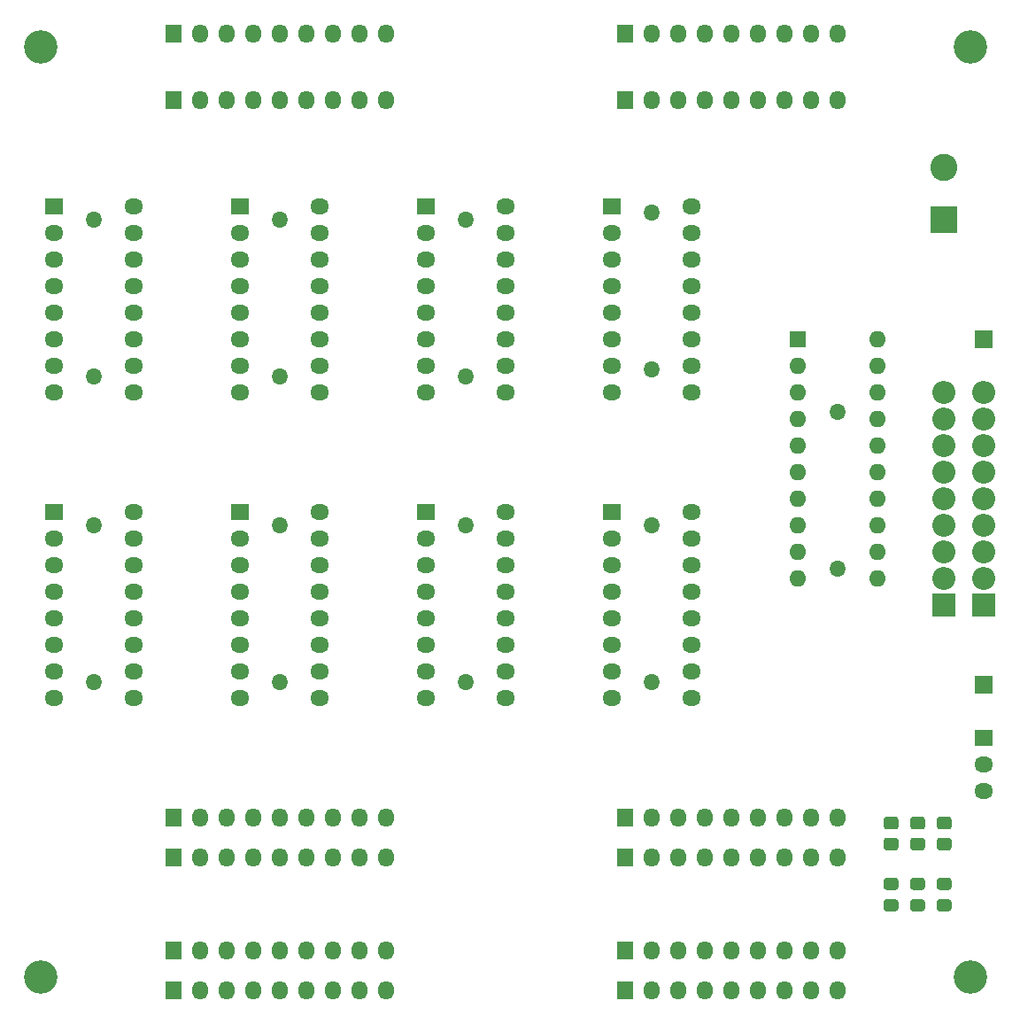
<source format=gbr>
%TF.GenerationSoftware,KiCad,Pcbnew,(5.1.8)-1*%
%TF.CreationDate,2023-02-18T12:42:29+03:00*%
%TF.ProjectId,MUX8x1-v5,4d555838-7831-42d7-9635-2e6b69636164,rev?*%
%TF.SameCoordinates,Original*%
%TF.FileFunction,Soldermask,Top*%
%TF.FilePolarity,Negative*%
%FSLAX46Y46*%
G04 Gerber Fmt 4.6, Leading zero omitted, Abs format (unit mm)*
G04 Created by KiCad (PCBNEW (5.1.8)-1) date 2023-02-18 12:42:29*
%MOMM*%
%LPD*%
G01*
G04 APERTURE LIST*
%ADD10O,1.500000X1.600000*%
%ADD11O,1.600000X1.600000*%
%ADD12R,1.600000X1.600000*%
%ADD13R,1.700000X1.700000*%
%ADD14O,2.200000X2.200000*%
%ADD15R,2.200000X2.200000*%
%ADD16O,1.500000X1.800000*%
%ADD17R,1.500000X1.800000*%
%ADD18O,1.800000X1.500000*%
%ADD19R,1.800000X1.500000*%
%ADD20C,2.600000*%
%ADD21R,2.600000X2.600000*%
%ADD22C,3.200000*%
G04 APERTURE END LIST*
%TO.C,R6*%
G36*
G01*
X142690001Y-117980000D02*
X141789999Y-117980000D01*
G75*
G02*
X141540000Y-117730001I0J249999D01*
G01*
X141540000Y-117029999D01*
G75*
G02*
X141789999Y-116780000I249999J0D01*
G01*
X142690001Y-116780000D01*
G75*
G02*
X142940000Y-117029999I0J-249999D01*
G01*
X142940000Y-117730001D01*
G75*
G02*
X142690001Y-117980000I-249999J0D01*
G01*
G37*
G36*
G01*
X142690001Y-119980000D02*
X141789999Y-119980000D01*
G75*
G02*
X141540000Y-119730001I0J249999D01*
G01*
X141540000Y-119029999D01*
G75*
G02*
X141789999Y-118780000I249999J0D01*
G01*
X142690001Y-118780000D01*
G75*
G02*
X142940000Y-119029999I0J-249999D01*
G01*
X142940000Y-119730001D01*
G75*
G02*
X142690001Y-119980000I-249999J0D01*
G01*
G37*
%TD*%
%TO.C,R5*%
G36*
G01*
X145230001Y-117980000D02*
X144329999Y-117980000D01*
G75*
G02*
X144080000Y-117730001I0J249999D01*
G01*
X144080000Y-117029999D01*
G75*
G02*
X144329999Y-116780000I249999J0D01*
G01*
X145230001Y-116780000D01*
G75*
G02*
X145480000Y-117029999I0J-249999D01*
G01*
X145480000Y-117730001D01*
G75*
G02*
X145230001Y-117980000I-249999J0D01*
G01*
G37*
G36*
G01*
X145230001Y-119980000D02*
X144329999Y-119980000D01*
G75*
G02*
X144080000Y-119730001I0J249999D01*
G01*
X144080000Y-119029999D01*
G75*
G02*
X144329999Y-118780000I249999J0D01*
G01*
X145230001Y-118780000D01*
G75*
G02*
X145480000Y-119029999I0J-249999D01*
G01*
X145480000Y-119730001D01*
G75*
G02*
X145230001Y-119980000I-249999J0D01*
G01*
G37*
%TD*%
%TO.C,R4*%
G36*
G01*
X147770001Y-117980000D02*
X146869999Y-117980000D01*
G75*
G02*
X146620000Y-117730001I0J249999D01*
G01*
X146620000Y-117029999D01*
G75*
G02*
X146869999Y-116780000I249999J0D01*
G01*
X147770001Y-116780000D01*
G75*
G02*
X148020000Y-117029999I0J-249999D01*
G01*
X148020000Y-117730001D01*
G75*
G02*
X147770001Y-117980000I-249999J0D01*
G01*
G37*
G36*
G01*
X147770001Y-119980000D02*
X146869999Y-119980000D01*
G75*
G02*
X146620000Y-119730001I0J249999D01*
G01*
X146620000Y-119029999D01*
G75*
G02*
X146869999Y-118780000I249999J0D01*
G01*
X147770001Y-118780000D01*
G75*
G02*
X148020000Y-119029999I0J-249999D01*
G01*
X148020000Y-119730001D01*
G75*
G02*
X147770001Y-119980000I-249999J0D01*
G01*
G37*
%TD*%
%TO.C,D3*%
G36*
G01*
X142690001Y-123765000D02*
X141789999Y-123765000D01*
G75*
G02*
X141540000Y-123515001I0J249999D01*
G01*
X141540000Y-122864999D01*
G75*
G02*
X141789999Y-122615000I249999J0D01*
G01*
X142690001Y-122615000D01*
G75*
G02*
X142940000Y-122864999I0J-249999D01*
G01*
X142940000Y-123515001D01*
G75*
G02*
X142690001Y-123765000I-249999J0D01*
G01*
G37*
G36*
G01*
X142690001Y-125815000D02*
X141789999Y-125815000D01*
G75*
G02*
X141540000Y-125565001I0J249999D01*
G01*
X141540000Y-124914999D01*
G75*
G02*
X141789999Y-124665000I249999J0D01*
G01*
X142690001Y-124665000D01*
G75*
G02*
X142940000Y-124914999I0J-249999D01*
G01*
X142940000Y-125565001D01*
G75*
G02*
X142690001Y-125815000I-249999J0D01*
G01*
G37*
%TD*%
%TO.C,D2*%
G36*
G01*
X145230001Y-123765000D02*
X144329999Y-123765000D01*
G75*
G02*
X144080000Y-123515001I0J249999D01*
G01*
X144080000Y-122864999D01*
G75*
G02*
X144329999Y-122615000I249999J0D01*
G01*
X145230001Y-122615000D01*
G75*
G02*
X145480000Y-122864999I0J-249999D01*
G01*
X145480000Y-123515001D01*
G75*
G02*
X145230001Y-123765000I-249999J0D01*
G01*
G37*
G36*
G01*
X145230001Y-125815000D02*
X144329999Y-125815000D01*
G75*
G02*
X144080000Y-125565001I0J249999D01*
G01*
X144080000Y-124914999D01*
G75*
G02*
X144329999Y-124665000I249999J0D01*
G01*
X145230001Y-124665000D01*
G75*
G02*
X145480000Y-124914999I0J-249999D01*
G01*
X145480000Y-125565001D01*
G75*
G02*
X145230001Y-125815000I-249999J0D01*
G01*
G37*
%TD*%
%TO.C,D1*%
G36*
G01*
X147770001Y-123765000D02*
X146869999Y-123765000D01*
G75*
G02*
X146620000Y-123515001I0J249999D01*
G01*
X146620000Y-122864999D01*
G75*
G02*
X146869999Y-122615000I249999J0D01*
G01*
X147770001Y-122615000D01*
G75*
G02*
X148020000Y-122864999I0J-249999D01*
G01*
X148020000Y-123515001D01*
G75*
G02*
X147770001Y-123765000I-249999J0D01*
G01*
G37*
G36*
G01*
X147770001Y-125815000D02*
X146869999Y-125815000D01*
G75*
G02*
X146620000Y-125565001I0J249999D01*
G01*
X146620000Y-124914999D01*
G75*
G02*
X146869999Y-124665000I249999J0D01*
G01*
X147770001Y-124665000D01*
G75*
G02*
X148020000Y-124914999I0J-249999D01*
G01*
X148020000Y-125565001D01*
G75*
G02*
X147770001Y-125815000I-249999J0D01*
G01*
G37*
%TD*%
D10*
%TO.C,C9*%
X137160000Y-93105000D03*
X137160000Y-78105000D03*
%TD*%
D11*
%TO.C,U9*%
X140970000Y-71120000D03*
X133350000Y-93980000D03*
X140970000Y-73660000D03*
X133350000Y-91440000D03*
X140970000Y-76200000D03*
X133350000Y-88900000D03*
X140970000Y-78740000D03*
X133350000Y-86360000D03*
X140970000Y-81280000D03*
X133350000Y-83820000D03*
X140970000Y-83820000D03*
X133350000Y-81280000D03*
X140970000Y-86360000D03*
X133350000Y-78740000D03*
X140970000Y-88900000D03*
X133350000Y-76200000D03*
X140970000Y-91440000D03*
X133350000Y-73660000D03*
X140970000Y-93980000D03*
D12*
X133350000Y-71120000D03*
%TD*%
D13*
%TO.C,J7*%
X151130000Y-71120000D03*
%TD*%
D14*
%TO.C,J3*%
X147320000Y-76200000D03*
X147320000Y-78740000D03*
X147320000Y-81280000D03*
X147320000Y-83820000D03*
X147320000Y-86360000D03*
X147320000Y-88900000D03*
X147320000Y-91440000D03*
X147320000Y-93980000D03*
D15*
X147320000Y-96520000D03*
%TD*%
D14*
%TO.C,J21*%
X151130000Y-76200000D03*
X151130000Y-78740000D03*
X151130000Y-81280000D03*
X151130000Y-83820000D03*
X151130000Y-86360000D03*
X151130000Y-88900000D03*
X151130000Y-91440000D03*
X151130000Y-93980000D03*
D15*
X151130000Y-96520000D03*
%TD*%
D16*
%TO.C,J18*%
X137160000Y-129540000D03*
X134620000Y-129540000D03*
X132080000Y-129540000D03*
X129540000Y-129540000D03*
X127000000Y-129540000D03*
X124460000Y-129540000D03*
X121920000Y-129540000D03*
X119380000Y-129540000D03*
D17*
X116840000Y-129540000D03*
%TD*%
D16*
%TO.C,J16*%
X137160000Y-133350000D03*
X134620000Y-133350000D03*
X132080000Y-133350000D03*
X129540000Y-133350000D03*
X127000000Y-133350000D03*
X124460000Y-133350000D03*
X121920000Y-133350000D03*
X119380000Y-133350000D03*
D17*
X116840000Y-133350000D03*
%TD*%
D16*
%TO.C,J15*%
X137160000Y-48260000D03*
X134620000Y-48260000D03*
X132080000Y-48260000D03*
X129540000Y-48260000D03*
X127000000Y-48260000D03*
X124460000Y-48260000D03*
X121920000Y-48260000D03*
X119380000Y-48260000D03*
D17*
X116840000Y-48260000D03*
%TD*%
D16*
%TO.C,J14*%
X93980000Y-133350000D03*
X91440000Y-133350000D03*
X88900000Y-133350000D03*
X86360000Y-133350000D03*
X83820000Y-133350000D03*
X81280000Y-133350000D03*
X78740000Y-133350000D03*
X76200000Y-133350000D03*
D17*
X73660000Y-133350000D03*
%TD*%
D16*
%TO.C,J12*%
X93980000Y-129540000D03*
X91440000Y-129540000D03*
X88900000Y-129540000D03*
X86360000Y-129540000D03*
X83820000Y-129540000D03*
X81280000Y-129540000D03*
X78740000Y-129540000D03*
X76200000Y-129540000D03*
D17*
X73660000Y-129540000D03*
%TD*%
D16*
%TO.C,J11*%
X93980000Y-48260000D03*
X91440000Y-48260000D03*
X88900000Y-48260000D03*
X86360000Y-48260000D03*
X83820000Y-48260000D03*
X81280000Y-48260000D03*
X78740000Y-48260000D03*
X76200000Y-48260000D03*
D17*
X73660000Y-48260000D03*
%TD*%
D16*
%TO.C,J8*%
X137160000Y-116880000D03*
X134620000Y-116880000D03*
X132080000Y-116880000D03*
X129540000Y-116880000D03*
X127000000Y-116880000D03*
X124460000Y-116880000D03*
X121920000Y-116880000D03*
X119380000Y-116880000D03*
D17*
X116840000Y-116880000D03*
%TD*%
D16*
%TO.C,J6*%
X137160000Y-120650000D03*
X134620000Y-120650000D03*
X132080000Y-120650000D03*
X129540000Y-120650000D03*
X127000000Y-120650000D03*
X124460000Y-120650000D03*
X121920000Y-120650000D03*
X119380000Y-120650000D03*
D17*
X116840000Y-120650000D03*
%TD*%
D16*
%TO.C,J5*%
X137160000Y-41910000D03*
X134620000Y-41910000D03*
X132080000Y-41910000D03*
X129540000Y-41910000D03*
X127000000Y-41910000D03*
X124460000Y-41910000D03*
X121920000Y-41910000D03*
X119380000Y-41910000D03*
D17*
X116840000Y-41910000D03*
%TD*%
D16*
%TO.C,J4*%
X93980000Y-116840000D03*
X91440000Y-116840000D03*
X88900000Y-116840000D03*
X86360000Y-116840000D03*
X83820000Y-116840000D03*
X81280000Y-116840000D03*
X78740000Y-116840000D03*
X76200000Y-116840000D03*
D17*
X73660000Y-116840000D03*
%TD*%
D16*
%TO.C,J2*%
X93980000Y-120650000D03*
X91440000Y-120650000D03*
X88900000Y-120650000D03*
X86360000Y-120650000D03*
X83820000Y-120650000D03*
X81280000Y-120650000D03*
X78740000Y-120650000D03*
X76200000Y-120650000D03*
D17*
X73660000Y-120650000D03*
%TD*%
D16*
%TO.C,J1*%
X93980000Y-41910000D03*
X91440000Y-41910000D03*
X88900000Y-41910000D03*
X86360000Y-41910000D03*
X83820000Y-41910000D03*
X81280000Y-41910000D03*
X78740000Y-41910000D03*
X76200000Y-41910000D03*
D17*
X73660000Y-41910000D03*
%TD*%
D10*
%TO.C,C8*%
X119380000Y-103900000D03*
X119380000Y-88900000D03*
%TD*%
%TO.C,C7*%
X101600000Y-103900000D03*
X101600000Y-88900000D03*
%TD*%
%TO.C,C6*%
X83820000Y-103900000D03*
X83820000Y-88900000D03*
%TD*%
%TO.C,C5*%
X66040000Y-103900000D03*
X66040000Y-88900000D03*
%TD*%
%TO.C,C4*%
X119380000Y-74055000D03*
X119380000Y-59055000D03*
%TD*%
%TO.C,C3*%
X101600000Y-74690000D03*
X101600000Y-59690000D03*
%TD*%
%TO.C,C2*%
X83820000Y-74690000D03*
X83820000Y-59690000D03*
%TD*%
%TO.C,C1*%
X66040000Y-74690000D03*
X66040000Y-59690000D03*
%TD*%
D18*
%TO.C,U8*%
X123190000Y-87630000D03*
X115570000Y-105410000D03*
X123190000Y-90170000D03*
X115570000Y-102870000D03*
X123190000Y-92710000D03*
X115570000Y-100330000D03*
X123190000Y-95250000D03*
X115570000Y-97790000D03*
X123190000Y-97790000D03*
X115570000Y-95250000D03*
X123190000Y-100330000D03*
X115570000Y-92710000D03*
X123190000Y-102870000D03*
X115570000Y-90170000D03*
X123190000Y-105410000D03*
D19*
X115570000Y-87630000D03*
%TD*%
D18*
%TO.C,U7*%
X105410000Y-87630000D03*
X97790000Y-105410000D03*
X105410000Y-90170000D03*
X97790000Y-102870000D03*
X105410000Y-92710000D03*
X97790000Y-100330000D03*
X105410000Y-95250000D03*
X97790000Y-97790000D03*
X105410000Y-97790000D03*
X97790000Y-95250000D03*
X105410000Y-100330000D03*
X97790000Y-92710000D03*
X105410000Y-102870000D03*
X97790000Y-90170000D03*
X105410000Y-105410000D03*
D19*
X97790000Y-87630000D03*
%TD*%
D18*
%TO.C,U6*%
X87630000Y-87630000D03*
X80010000Y-105410000D03*
X87630000Y-90170000D03*
X80010000Y-102870000D03*
X87630000Y-92710000D03*
X80010000Y-100330000D03*
X87630000Y-95250000D03*
X80010000Y-97790000D03*
X87630000Y-97790000D03*
X80010000Y-95250000D03*
X87630000Y-100330000D03*
X80010000Y-92710000D03*
X87630000Y-102870000D03*
X80010000Y-90170000D03*
X87630000Y-105410000D03*
D19*
X80010000Y-87630000D03*
%TD*%
D18*
%TO.C,U5*%
X69850000Y-87630000D03*
X62230000Y-105410000D03*
X69850000Y-90170000D03*
X62230000Y-102870000D03*
X69850000Y-92710000D03*
X62230000Y-100330000D03*
X69850000Y-95250000D03*
X62230000Y-97790000D03*
X69850000Y-97790000D03*
X62230000Y-95250000D03*
X69850000Y-100330000D03*
X62230000Y-92710000D03*
X69850000Y-102870000D03*
X62230000Y-90170000D03*
X69850000Y-105410000D03*
D19*
X62230000Y-87630000D03*
%TD*%
D18*
%TO.C,U4*%
X123190000Y-58420000D03*
X115570000Y-76200000D03*
X123190000Y-60960000D03*
X115570000Y-73660000D03*
X123190000Y-63500000D03*
X115570000Y-71120000D03*
X123190000Y-66040000D03*
X115570000Y-68580000D03*
X123190000Y-68580000D03*
X115570000Y-66040000D03*
X123190000Y-71120000D03*
X115570000Y-63500000D03*
X123190000Y-73660000D03*
X115570000Y-60960000D03*
X123190000Y-76200000D03*
D19*
X115570000Y-58420000D03*
%TD*%
D18*
%TO.C,U3*%
X105410000Y-58420000D03*
X97790000Y-76200000D03*
X105410000Y-60960000D03*
X97790000Y-73660000D03*
X105410000Y-63500000D03*
X97790000Y-71120000D03*
X105410000Y-66040000D03*
X97790000Y-68580000D03*
X105410000Y-68580000D03*
X97790000Y-66040000D03*
X105410000Y-71120000D03*
X97790000Y-63500000D03*
X105410000Y-73660000D03*
X97790000Y-60960000D03*
X105410000Y-76200000D03*
D19*
X97790000Y-58420000D03*
%TD*%
D18*
%TO.C,U2*%
X87630000Y-58420000D03*
X80010000Y-76200000D03*
X87630000Y-60960000D03*
X80010000Y-73660000D03*
X87630000Y-63500000D03*
X80010000Y-71120000D03*
X87630000Y-66040000D03*
X80010000Y-68580000D03*
X87630000Y-68580000D03*
X80010000Y-66040000D03*
X87630000Y-71120000D03*
X80010000Y-63500000D03*
X87630000Y-73660000D03*
X80010000Y-60960000D03*
X87630000Y-76200000D03*
D19*
X80010000Y-58420000D03*
%TD*%
D18*
%TO.C,U1*%
X69850000Y-58420000D03*
X62230000Y-76200000D03*
X69850000Y-60960000D03*
X62230000Y-73660000D03*
X69850000Y-63500000D03*
X62230000Y-71120000D03*
X69850000Y-66040000D03*
X62230000Y-68580000D03*
X69850000Y-68580000D03*
X62230000Y-66040000D03*
X69850000Y-71120000D03*
X62230000Y-63500000D03*
X69850000Y-73660000D03*
X62230000Y-60960000D03*
X69850000Y-76200000D03*
D19*
X62230000Y-58420000D03*
%TD*%
D13*
%TO.C,J20*%
X151130000Y-104140000D03*
%TD*%
D18*
%TO.C,J10*%
X151130000Y-114300000D03*
X151130000Y-111760000D03*
D19*
X151130000Y-109220000D03*
%TD*%
D20*
%TO.C,J9*%
X147320000Y-54690000D03*
D21*
X147320000Y-59690000D03*
%TD*%
D22*
%TO.C,H4*%
X149860000Y-132080000D03*
%TD*%
%TO.C,H3*%
X149860000Y-43180000D03*
%TD*%
%TO.C,H2*%
X60960000Y-132080000D03*
%TD*%
%TO.C,H1*%
X60960000Y-43180000D03*
%TD*%
M02*

</source>
